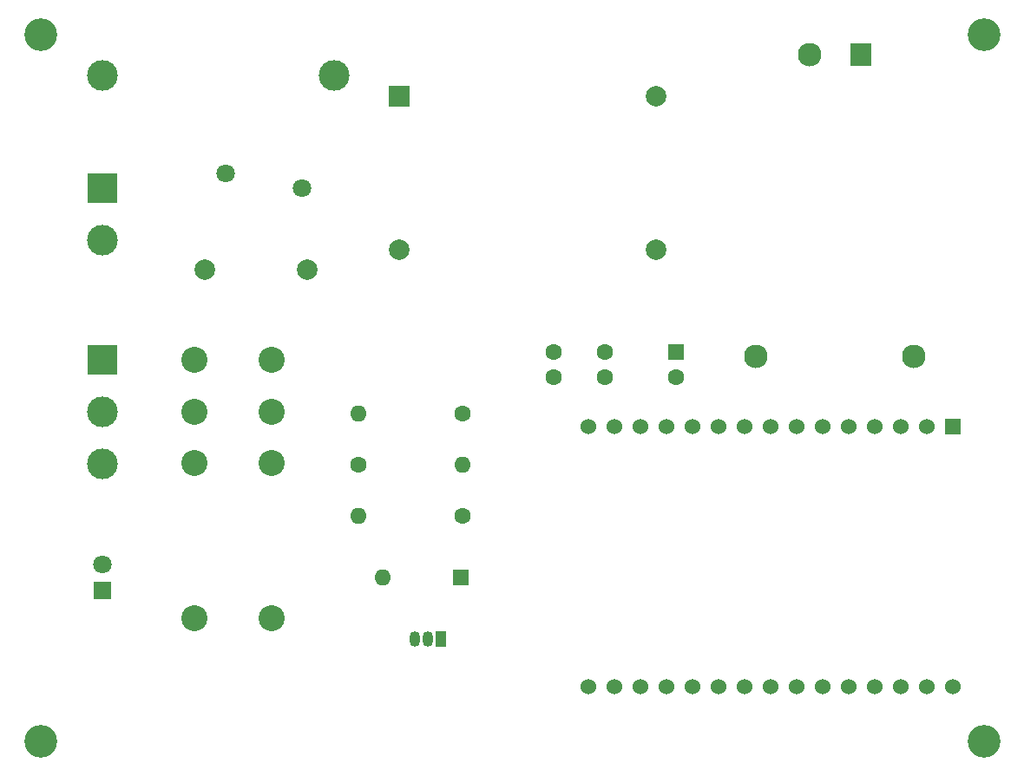
<source format=gts>
G04 #@! TF.GenerationSoftware,KiCad,Pcbnew,(5.1.10)-1*
G04 #@! TF.CreationDate,2021-12-02T13:22:16+01:00*
G04 #@! TF.ProjectId,brama,6272616d-612e-46b6-9963-61645f706362,rev?*
G04 #@! TF.SameCoordinates,Original*
G04 #@! TF.FileFunction,Soldermask,Top*
G04 #@! TF.FilePolarity,Negative*
%FSLAX46Y46*%
G04 Gerber Fmt 4.6, Leading zero omitted, Abs format (unit mm)*
G04 Created by KiCad (PCBNEW (5.1.10)-1) date 2021-12-02 13:22:16*
%MOMM*%
%LPD*%
G01*
G04 APERTURE LIST*
%ADD10C,3.200000*%
%ADD11C,1.600000*%
%ADD12C,3.000000*%
%ADD13R,3.000000X3.000000*%
%ADD14O,1.600000X1.600000*%
%ADD15C,1.524000*%
%ADD16R,1.524000X1.524000*%
%ADD17R,1.050000X1.500000*%
%ADD18O,1.050000X1.500000*%
%ADD19C,2.300000*%
%ADD20R,2.000000X2.300000*%
%ADD21C,2.000000*%
%ADD22R,2.000000X2.000000*%
%ADD23C,2.540000*%
%ADD24C,1.800000*%
%ADD25R,1.600000X1.600000*%
%ADD26R,1.800000X1.800000*%
G04 APERTURE END LIST*
D10*
X246000000Y-103000000D03*
D11*
X209000000Y-67500000D03*
X209000000Y-65000000D03*
X204000000Y-67500000D03*
X204000000Y-65000000D03*
D12*
X160000000Y-54080000D03*
D13*
X160000000Y-49000000D03*
D11*
X185000000Y-76000000D03*
D14*
X195160000Y-76000000D03*
X185000000Y-71000000D03*
D11*
X195160000Y-71000000D03*
D10*
X154000000Y-103000000D03*
X154000000Y-34000000D03*
X246000000Y-34000000D03*
D15*
X243000000Y-97700000D03*
X240460000Y-97700000D03*
X237920000Y-97700000D03*
X235380000Y-97700000D03*
X232840000Y-97700000D03*
X230300000Y-97700000D03*
X227760000Y-97700000D03*
X225220000Y-97700000D03*
X222680000Y-97700000D03*
X220140000Y-97700000D03*
X217600000Y-97700000D03*
X215060000Y-97700000D03*
X212520000Y-97700000D03*
X209980000Y-97700000D03*
X207440000Y-97700000D03*
X207440000Y-72300000D03*
X209980000Y-72300000D03*
X212520000Y-72300000D03*
X215060000Y-72300000D03*
X217600000Y-72300000D03*
X220140000Y-72300000D03*
X222680000Y-72300000D03*
X225220000Y-72300000D03*
X227760000Y-72300000D03*
X230300000Y-72300000D03*
X232840000Y-72300000D03*
X235380000Y-72300000D03*
X237920000Y-72300000D03*
X240460000Y-72300000D03*
D16*
X243000000Y-72300000D03*
D17*
X193000000Y-93000000D03*
D18*
X190460000Y-93000000D03*
X191730000Y-93000000D03*
D12*
X160000000Y-75910000D03*
X160000000Y-70830000D03*
D13*
X160000000Y-65750000D03*
D19*
X239200000Y-65400000D03*
D20*
X234000000Y-36000000D03*
D19*
X229000000Y-36000000D03*
X223800000Y-65400000D03*
D21*
X214000000Y-55000000D03*
X189000000Y-55000000D03*
X214000000Y-40000000D03*
D22*
X189000000Y-40000000D03*
D23*
X176560000Y-65800000D03*
X169000000Y-65800000D03*
X176560000Y-70840000D03*
X169000000Y-70840000D03*
X176560000Y-75880000D03*
X169000000Y-75880000D03*
X176560000Y-91000000D03*
X169000000Y-91000000D03*
D24*
X172000000Y-47600000D03*
X179500000Y-49000000D03*
D14*
X185000000Y-81000000D03*
D11*
X195160000Y-81000000D03*
D12*
X182600000Y-38000000D03*
X160000000Y-38000000D03*
D14*
X187380000Y-87000000D03*
D25*
X195000000Y-87000000D03*
D24*
X160000000Y-85710000D03*
D26*
X160000000Y-88250000D03*
D11*
X216000000Y-67500000D03*
D25*
X216000000Y-65000000D03*
D21*
X180000000Y-57000000D03*
X170000000Y-57000000D03*
M02*

</source>
